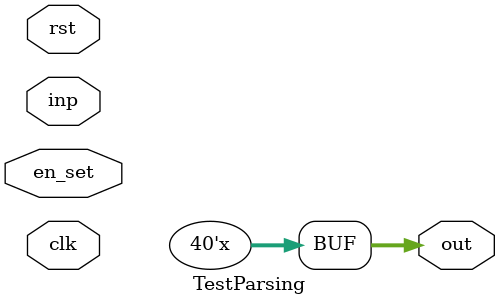
<source format=sv>
`timescale 1ns / 1ps


module TestParsing(clk, rst, en_set, inp, out);

input logic clk, rst, en_set;
input logic inp;
output logic [39:0] out;

// Internal counter
logic [1:0] tmp;
logic  [12:0] num;
logic [12:0] cnt;
logic [39:0] out_buff;


always_ff @(posedge clk)
    begin
        if (rst)
            begin
                cnt <= 13'd0;
                num <= 13'd0;
            end
        if ((tmp[0]&~tmp[1])|(~tmp[0]&tmp[1]))
            begin
                num <= cnt + 13'd1;
                cnt <= 13'd0;
            end
        else
            begin
                cnt <= cnt + 13'd1;
                num <= 13'd0;
            end
    end
    
always_ff @(posedge clk)
    if (rst)
        begin
        tmp <= 2'd0;
        end
    else
        tmp <= {tmp[0], inp};

//FSM
enum logic [2:0]
{
    Init = 3'd0,
    Wnum = 3'd1,
    P80u = 3'd2,
    WZorO = 3'd3,
    P54u = 3'd4,
    P70u = 3'd5,
    P24u = 3'd6,
    DONE = 3'd7
} state, new_state;

logic [1:0] tmp1;
logic [5:0] i;

always_comb
    begin
    case(state)
        Init:                               new_state = Wnum;
        Wnum:
            if (num == 13'd8000)            new_state = P80u;
        P80u:
            begin
            if (tmp1 == 2'd2)               new_state = WZorO;
            if (tmp1 == 2'd1)               new_state = Wnum;
            end
        WZorO:
            begin
            if (i == 6'd40)                 new_state = DONE;
            if (num == 13'd5400)            new_state = P54u;
            end
        P54u:
            begin
            if (num == 13'd2400)            new_state = P24u;
            if (num == 13'd7000)            new_state = P70u;
            end
        P24u:                               new_state = WZorO;
        P70u:                               new_state = WZorO;
        
    endcase   
    end

always_comb
    begin
    case(state)
        Init:
            begin
                                tmp1 = 2'd0;
                                i    = 6'd0;
            end
        P80u:                   
                                tmp1 = tmp1 + 2'd1;
        P24u:
            begin
                                out_buff = {out_buff[38:0], 1'd0};
                                i = i + 6'd1;
            end
         P70u:
            begin
                                out_buff = {out_buff[38:0], 1'd1};
                                i = i + 6'd1;
            end
            
        DONE:
            out = out_buff;
    endcase   
    end

//State update 
always_ff @(posedge clk)
if (rst)
    state <= Init;
else
    state <= new_state;
endmodule   
        
   


</source>
